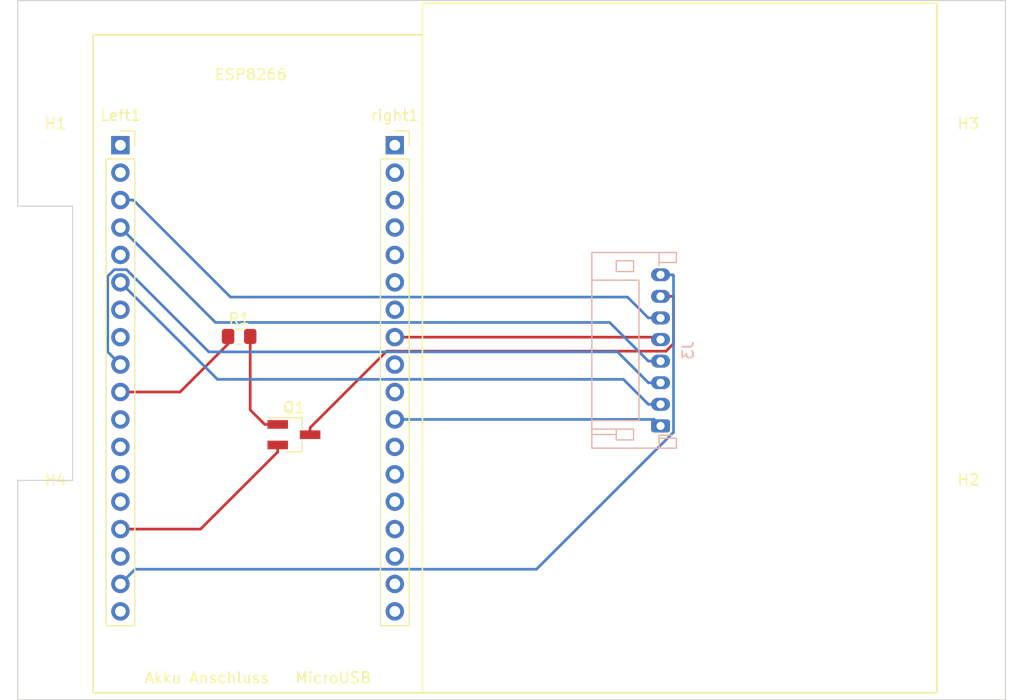
<source format=kicad_pcb>
(kicad_pcb (version 20171130) (host pcbnew "(5.1.5)-3")

  (general
    (thickness 1.6)
    (drawings 24)
    (tracks 47)
    (zones 0)
    (modules 9)
    (nets 39)
  )

  (page A4)
  (layers
    (0 F.Cu signal)
    (31 B.Cu signal)
    (32 B.Adhes user)
    (33 F.Adhes user)
    (34 B.Paste user)
    (35 F.Paste user)
    (36 B.SilkS user)
    (37 F.SilkS user)
    (38 B.Mask user)
    (39 F.Mask user)
    (40 Dwgs.User user)
    (41 Cmts.User user)
    (42 Eco1.User user)
    (43 Eco2.User user)
    (44 Edge.Cuts user)
    (45 Margin user)
    (46 B.CrtYd user)
    (47 F.CrtYd user)
    (48 B.Fab user)
    (49 F.Fab user)
  )

  (setup
    (last_trace_width 0.25)
    (trace_clearance 0.2)
    (zone_clearance 0.508)
    (zone_45_only no)
    (trace_min 0.2)
    (via_size 0.8)
    (via_drill 0.4)
    (via_min_size 0.4)
    (via_min_drill 0.3)
    (uvia_size 0.3)
    (uvia_drill 0.1)
    (uvias_allowed no)
    (uvia_min_size 0.2)
    (uvia_min_drill 0.1)
    (edge_width 0.1)
    (segment_width 0.2)
    (pcb_text_width 0.3)
    (pcb_text_size 1.5 1.5)
    (mod_edge_width 0.15)
    (mod_text_size 1 1)
    (mod_text_width 0.15)
    (pad_size 1.524 1.524)
    (pad_drill 0.762)
    (pad_to_mask_clearance 0)
    (aux_axis_origin 0 0)
    (grid_origin 147.32 93.345)
    (visible_elements FFFFFF7F)
    (pcbplotparams
      (layerselection 0x010fc_ffffffff)
      (usegerberextensions false)
      (usegerberattributes false)
      (usegerberadvancedattributes false)
      (creategerberjobfile false)
      (excludeedgelayer true)
      (linewidth 0.100000)
      (plotframeref false)
      (viasonmask false)
      (mode 1)
      (useauxorigin false)
      (hpglpennumber 1)
      (hpglpenspeed 20)
      (hpglpendiameter 15.000000)
      (psnegative false)
      (psa4output false)
      (plotreference true)
      (plotvalue true)
      (plotinvisibletext false)
      (padsonsilk false)
      (subtractmaskfromsilk false)
      (outputformat 1)
      (mirror false)
      (drillshape 0)
      (scaleselection 1)
      (outputdirectory "C:/Users/Anwender/Documents/KiCad/MeEngineering/Plot_Gerber/"))
  )

  (net 0 "")
  (net 1 "Net-(J3-Pad1)")
  (net 2 "Net-(J3-Pad2)")
  (net 3 "Net-(J3-Pad3)")
  (net 4 "Net-(J3-Pad4)")
  (net 5 "Net-(J3-Pad5)")
  (net 6 "Net-(J3-Pad6)")
  (net 7 "Net-(J3-Pad7)")
  (net 8 "Net-(J3-Pad8)")
  (net 9 "Net-(Left1-Pad18)")
  (net 10 "Net-(Left1-Pad16)")
  (net 11 "Net-(Left1-Pad15)")
  (net 12 "Net-(Left1-Pad14)")
  (net 13 "Net-(Left1-Pad13)")
  (net 14 "Net-(Left1-Pad12)")
  (net 15 "Net-(Left1-Pad11)")
  (net 16 "Net-(Left1-Pad10)")
  (net 17 "Net-(Left1-Pad8)")
  (net 18 "Net-(Left1-Pad7)")
  (net 19 "Net-(Left1-Pad5)")
  (net 20 "Net-(Left1-Pad2)")
  (net 21 "Net-(Left1-Pad1)")
  (net 22 "Net-(Q1-Pad1)")
  (net 23 "Net-(right1-Pad1)")
  (net 24 "Net-(right1-Pad2)")
  (net 25 "Net-(right1-Pad3)")
  (net 26 "Net-(right1-Pad4)")
  (net 27 "Net-(right1-Pad5)")
  (net 28 "Net-(right1-Pad6)")
  (net 29 "Net-(right1-Pad7)")
  (net 30 "Net-(right1-Pad9)")
  (net 31 "Net-(right1-Pad10)")
  (net 32 "Net-(right1-Pad12)")
  (net 33 "Net-(right1-Pad13)")
  (net 34 "Net-(right1-Pad14)")
  (net 35 "Net-(right1-Pad15)")
  (net 36 "Net-(right1-Pad16)")
  (net 37 "Net-(right1-Pad17)")
  (net 38 "Net-(right1-Pad18)")

  (net_class Default "Dies ist die voreingestellte Netzklasse."
    (clearance 0.2)
    (trace_width 0.25)
    (via_dia 0.8)
    (via_drill 0.4)
    (uvia_dia 0.3)
    (uvia_drill 0.1)
    (add_net "Net-(J3-Pad1)")
    (add_net "Net-(J3-Pad2)")
    (add_net "Net-(J3-Pad3)")
    (add_net "Net-(J3-Pad4)")
    (add_net "Net-(J3-Pad5)")
    (add_net "Net-(J3-Pad6)")
    (add_net "Net-(J3-Pad7)")
    (add_net "Net-(J3-Pad8)")
    (add_net "Net-(Left1-Pad1)")
    (add_net "Net-(Left1-Pad10)")
    (add_net "Net-(Left1-Pad11)")
    (add_net "Net-(Left1-Pad12)")
    (add_net "Net-(Left1-Pad13)")
    (add_net "Net-(Left1-Pad14)")
    (add_net "Net-(Left1-Pad15)")
    (add_net "Net-(Left1-Pad16)")
    (add_net "Net-(Left1-Pad18)")
    (add_net "Net-(Left1-Pad2)")
    (add_net "Net-(Left1-Pad5)")
    (add_net "Net-(Left1-Pad7)")
    (add_net "Net-(Left1-Pad8)")
    (add_net "Net-(Q1-Pad1)")
    (add_net "Net-(right1-Pad1)")
    (add_net "Net-(right1-Pad10)")
    (add_net "Net-(right1-Pad12)")
    (add_net "Net-(right1-Pad13)")
    (add_net "Net-(right1-Pad14)")
    (add_net "Net-(right1-Pad15)")
    (add_net "Net-(right1-Pad16)")
    (add_net "Net-(right1-Pad17)")
    (add_net "Net-(right1-Pad18)")
    (add_net "Net-(right1-Pad2)")
    (add_net "Net-(right1-Pad3)")
    (add_net "Net-(right1-Pad4)")
    (add_net "Net-(right1-Pad5)")
    (add_net "Net-(right1-Pad6)")
    (add_net "Net-(right1-Pad7)")
    (add_net "Net-(right1-Pad9)")
  )

  (module MountingHole:MountingHole_3mm (layer F.Cu) (tedit 56D1B4CB) (tstamp 5EE296A4)
    (at 114 77)
    (descr "Mounting Hole 3mm, no annular")
    (tags "mounting hole 3mm no annular")
    (path /5EA6E4AB)
    (attr virtual)
    (fp_text reference H1 (at 0 -4) (layer F.SilkS)
      (effects (font (size 1 1) (thickness 0.15)))
    )
    (fp_text value MountingHole (at 0 4) (layer F.Fab)
      (effects (font (size 1 1) (thickness 0.15)))
    )
    (fp_circle (center 0 0) (end 3.25 0) (layer F.CrtYd) (width 0.05))
    (fp_circle (center 0 0) (end 3 0) (layer Cmts.User) (width 0.15))
    (fp_text user %R (at 0.3 0) (layer F.Fab)
      (effects (font (size 1 1) (thickness 0.15)))
    )
    (pad 1 np_thru_hole circle (at 0 0) (size 3 3) (drill 3) (layers *.Cu *.Mask))
  )

  (module MountingHole:MountingHole_3mm (layer F.Cu) (tedit 56D1B4CB) (tstamp 5EE296AC)
    (at 198.5 110)
    (descr "Mounting Hole 3mm, no annular")
    (tags "mounting hole 3mm no annular")
    (path /5EA71128)
    (attr virtual)
    (fp_text reference H2 (at 0 -4) (layer F.SilkS)
      (effects (font (size 1 1) (thickness 0.15)))
    )
    (fp_text value MountingHole (at 0 4) (layer F.Fab)
      (effects (font (size 1 1) (thickness 0.15)))
    )
    (fp_circle (center 0 0) (end 3.25 0) (layer F.CrtYd) (width 0.05))
    (fp_circle (center 0 0) (end 3 0) (layer Cmts.User) (width 0.15))
    (fp_text user %R (at 0.3 0) (layer F.Fab)
      (effects (font (size 1 1) (thickness 0.15)))
    )
    (pad 1 np_thru_hole circle (at 0 0) (size 3 3) (drill 3) (layers *.Cu *.Mask))
  )

  (module MountingHole:MountingHole_3mm (layer F.Cu) (tedit 56D1B4CB) (tstamp 5EE296B4)
    (at 198.5 77)
    (descr "Mounting Hole 3mm, no annular")
    (tags "mounting hole 3mm no annular")
    (path /5EA71A35)
    (attr virtual)
    (fp_text reference H3 (at 0 -4) (layer F.SilkS)
      (effects (font (size 1 1) (thickness 0.15)))
    )
    (fp_text value MountingHole (at 0 4) (layer F.Fab)
      (effects (font (size 1 1) (thickness 0.15)))
    )
    (fp_text user %R (at 0.3 0) (layer F.Fab)
      (effects (font (size 1 1) (thickness 0.15)))
    )
    (fp_circle (center 0 0) (end 3 0) (layer Cmts.User) (width 0.15))
    (fp_circle (center 0 0) (end 3.25 0) (layer F.CrtYd) (width 0.05))
    (pad 1 np_thru_hole circle (at 0 0) (size 3 3) (drill 3) (layers *.Cu *.Mask))
  )

  (module MountingHole:MountingHole_3mm (layer F.Cu) (tedit 56D1B4CB) (tstamp 5EE296BC)
    (at 114 110)
    (descr "Mounting Hole 3mm, no annular")
    (tags "mounting hole 3mm no annular")
    (path /5EA70896)
    (attr virtual)
    (fp_text reference H4 (at 0 -4) (layer F.SilkS)
      (effects (font (size 1 1) (thickness 0.15)))
    )
    (fp_text value MountingHole (at 0 4) (layer F.Fab)
      (effects (font (size 1 1) (thickness 0.15)))
    )
    (fp_text user %R (at 0.3 0) (layer F.Fab)
      (effects (font (size 1 1) (thickness 0.15)))
    )
    (fp_circle (center 0 0) (end 3 0) (layer Cmts.User) (width 0.15))
    (fp_circle (center 0 0) (end 3.25 0) (layer F.CrtYd) (width 0.05))
    (pad 1 np_thru_hole circle (at 0 0) (size 3 3) (drill 3) (layers *.Cu *.Mask))
  )

  (module Connector_JST:JST_PH_S8B-PH-K_1x08_P2.00mm_Horizontal (layer B.Cu) (tedit 5B7745C6) (tstamp 5EE296F1)
    (at 170 101 90)
    (descr "JST PH series connector, S8B-PH-K (http://www.jst-mfg.com/product/pdf/eng/ePH.pdf), generated with kicad-footprint-generator")
    (tags "connector JST PH top entry")
    (path /5E45F56D)
    (fp_text reference J3 (at 7 2.55 -90) (layer B.SilkS)
      (effects (font (size 1 1) (thickness 0.15)) (justify mirror))
    )
    (fp_text value Conn_01x08 (at 7 -7.45 -90) (layer B.Fab)
      (effects (font (size 1 1) (thickness 0.15)) (justify mirror))
    )
    (fp_line (start -0.86 -0.14) (end -1.14 -0.14) (layer B.SilkS) (width 0.12))
    (fp_line (start -1.14 -0.14) (end -1.14 1.46) (layer B.SilkS) (width 0.12))
    (fp_line (start -1.14 1.46) (end -2.06 1.46) (layer B.SilkS) (width 0.12))
    (fp_line (start -2.06 1.46) (end -2.06 -6.36) (layer B.SilkS) (width 0.12))
    (fp_line (start -2.06 -6.36) (end 16.06 -6.36) (layer B.SilkS) (width 0.12))
    (fp_line (start 16.06 -6.36) (end 16.06 1.46) (layer B.SilkS) (width 0.12))
    (fp_line (start 16.06 1.46) (end 15.14 1.46) (layer B.SilkS) (width 0.12))
    (fp_line (start 15.14 1.46) (end 15.14 -0.14) (layer B.SilkS) (width 0.12))
    (fp_line (start 15.14 -0.14) (end 14.86 -0.14) (layer B.SilkS) (width 0.12))
    (fp_line (start 0.5 -6.36) (end 0.5 -2) (layer B.SilkS) (width 0.12))
    (fp_line (start 0.5 -2) (end 13.5 -2) (layer B.SilkS) (width 0.12))
    (fp_line (start 13.5 -2) (end 13.5 -6.36) (layer B.SilkS) (width 0.12))
    (fp_line (start -2.06 -0.14) (end -1.14 -0.14) (layer B.SilkS) (width 0.12))
    (fp_line (start 16.06 -0.14) (end 15.14 -0.14) (layer B.SilkS) (width 0.12))
    (fp_line (start -1.3 -2.5) (end -1.3 -4.1) (layer B.SilkS) (width 0.12))
    (fp_line (start -1.3 -4.1) (end -0.3 -4.1) (layer B.SilkS) (width 0.12))
    (fp_line (start -0.3 -4.1) (end -0.3 -2.5) (layer B.SilkS) (width 0.12))
    (fp_line (start -0.3 -2.5) (end -1.3 -2.5) (layer B.SilkS) (width 0.12))
    (fp_line (start 15.3 -2.5) (end 15.3 -4.1) (layer B.SilkS) (width 0.12))
    (fp_line (start 15.3 -4.1) (end 14.3 -4.1) (layer B.SilkS) (width 0.12))
    (fp_line (start 14.3 -4.1) (end 14.3 -2.5) (layer B.SilkS) (width 0.12))
    (fp_line (start 14.3 -2.5) (end 15.3 -2.5) (layer B.SilkS) (width 0.12))
    (fp_line (start -0.3 -4.1) (end -0.3 -6.36) (layer B.SilkS) (width 0.12))
    (fp_line (start -0.8 -4.1) (end -0.8 -6.36) (layer B.SilkS) (width 0.12))
    (fp_line (start -2.45 1.85) (end -2.45 -6.75) (layer B.CrtYd) (width 0.05))
    (fp_line (start -2.45 -6.75) (end 16.45 -6.75) (layer B.CrtYd) (width 0.05))
    (fp_line (start 16.45 -6.75) (end 16.45 1.85) (layer B.CrtYd) (width 0.05))
    (fp_line (start 16.45 1.85) (end -2.45 1.85) (layer B.CrtYd) (width 0.05))
    (fp_line (start -1.25 -0.25) (end -1.25 1.35) (layer B.Fab) (width 0.1))
    (fp_line (start -1.25 1.35) (end -1.95 1.35) (layer B.Fab) (width 0.1))
    (fp_line (start -1.95 1.35) (end -1.95 -6.25) (layer B.Fab) (width 0.1))
    (fp_line (start -1.95 -6.25) (end 15.95 -6.25) (layer B.Fab) (width 0.1))
    (fp_line (start 15.95 -6.25) (end 15.95 1.35) (layer B.Fab) (width 0.1))
    (fp_line (start 15.95 1.35) (end 15.25 1.35) (layer B.Fab) (width 0.1))
    (fp_line (start 15.25 1.35) (end 15.25 -0.25) (layer B.Fab) (width 0.1))
    (fp_line (start 15.25 -0.25) (end -1.25 -0.25) (layer B.Fab) (width 0.1))
    (fp_line (start -0.86 -0.14) (end -0.86 1.075) (layer B.SilkS) (width 0.12))
    (fp_line (start 0 -0.875) (end -0.5 -1.375) (layer B.Fab) (width 0.1))
    (fp_line (start -0.5 -1.375) (end 0.5 -1.375) (layer B.Fab) (width 0.1))
    (fp_line (start 0.5 -1.375) (end 0 -0.875) (layer B.Fab) (width 0.1))
    (fp_text user %R (at 7 -2.5 -90) (layer B.Fab)
      (effects (font (size 1 1) (thickness 0.15)) (justify mirror))
    )
    (pad 1 thru_hole roundrect (at 0 0 90) (size 1.2 1.75) (drill 0.75) (layers *.Cu *.Mask) (roundrect_rratio 0.208333)
      (net 1 "Net-(J3-Pad1)"))
    (pad 2 thru_hole oval (at 2 0 90) (size 1.2 1.75) (drill 0.75) (layers *.Cu *.Mask)
      (net 2 "Net-(J3-Pad2)"))
    (pad 3 thru_hole oval (at 4 0 90) (size 1.2 1.75) (drill 0.75) (layers *.Cu *.Mask)
      (net 3 "Net-(J3-Pad3)"))
    (pad 4 thru_hole oval (at 6 0 90) (size 1.2 1.75) (drill 0.75) (layers *.Cu *.Mask)
      (net 4 "Net-(J3-Pad4)"))
    (pad 5 thru_hole oval (at 8 0 90) (size 1.2 1.75) (drill 0.75) (layers *.Cu *.Mask)
      (net 5 "Net-(J3-Pad5)"))
    (pad 6 thru_hole oval (at 10 0 90) (size 1.2 1.75) (drill 0.75) (layers *.Cu *.Mask)
      (net 6 "Net-(J3-Pad6)"))
    (pad 7 thru_hole oval (at 12 0 90) (size 1.2 1.75) (drill 0.75) (layers *.Cu *.Mask)
      (net 7 "Net-(J3-Pad7)"))
    (pad 8 thru_hole oval (at 14 0 90) (size 1.2 1.75) (drill 0.75) (layers *.Cu *.Mask)
      (net 8 "Net-(J3-Pad8)"))
    (model ${KISYS3DMOD}/Connector_JST.3dshapes/JST_PH_S8B-PH-K_1x08_P2.00mm_Horizontal.wrl
      (at (xyz 0 0 0))
      (scale (xyz 1 1 1))
      (rotate (xyz 0 0 0))
    )
  )

  (module Connector_PinSocket_2.54mm:PinSocket_1x18_P2.54mm_Vertical (layer F.Cu) (tedit 5A19A434) (tstamp 5EE29717)
    (at 120 75)
    (descr "Through hole straight socket strip, 1x18, 2.54mm pitch, single row (from Kicad 4.0.7), script generated")
    (tags "Through hole socket strip THT 1x18 2.54mm single row")
    (path /5E5313C0)
    (fp_text reference Left1 (at 0 -2.77) (layer F.SilkS)
      (effects (font (size 1 1) (thickness 0.15)))
    )
    (fp_text value Conn_01x18_Female (at 0 45.95) (layer F.Fab)
      (effects (font (size 1 1) (thickness 0.15)))
    )
    (fp_text user %R (at 0 21.59 90) (layer F.Fab)
      (effects (font (size 1 1) (thickness 0.15)))
    )
    (fp_line (start -1.8 44.95) (end -1.8 -1.8) (layer F.CrtYd) (width 0.05))
    (fp_line (start 1.75 44.95) (end -1.8 44.95) (layer F.CrtYd) (width 0.05))
    (fp_line (start 1.75 -1.8) (end 1.75 44.95) (layer F.CrtYd) (width 0.05))
    (fp_line (start -1.8 -1.8) (end 1.75 -1.8) (layer F.CrtYd) (width 0.05))
    (fp_line (start 0 -1.33) (end 1.33 -1.33) (layer F.SilkS) (width 0.12))
    (fp_line (start 1.33 -1.33) (end 1.33 0) (layer F.SilkS) (width 0.12))
    (fp_line (start 1.33 1.27) (end 1.33 44.51) (layer F.SilkS) (width 0.12))
    (fp_line (start -1.33 44.51) (end 1.33 44.51) (layer F.SilkS) (width 0.12))
    (fp_line (start -1.33 1.27) (end -1.33 44.51) (layer F.SilkS) (width 0.12))
    (fp_line (start -1.33 1.27) (end 1.33 1.27) (layer F.SilkS) (width 0.12))
    (fp_line (start -1.27 44.45) (end -1.27 -1.27) (layer F.Fab) (width 0.1))
    (fp_line (start 1.27 44.45) (end -1.27 44.45) (layer F.Fab) (width 0.1))
    (fp_line (start 1.27 -0.635) (end 1.27 44.45) (layer F.Fab) (width 0.1))
    (fp_line (start 0.635 -1.27) (end 1.27 -0.635) (layer F.Fab) (width 0.1))
    (fp_line (start -1.27 -1.27) (end 0.635 -1.27) (layer F.Fab) (width 0.1))
    (pad 18 thru_hole oval (at 0 43.18) (size 1.7 1.7) (drill 1) (layers *.Cu *.Mask)
      (net 9 "Net-(Left1-Pad18)"))
    (pad 17 thru_hole oval (at 0 40.64) (size 1.7 1.7) (drill 1) (layers *.Cu *.Mask)
      (net 8 "Net-(J3-Pad8)"))
    (pad 16 thru_hole oval (at 0 38.1) (size 1.7 1.7) (drill 1) (layers *.Cu *.Mask)
      (net 10 "Net-(Left1-Pad16)"))
    (pad 15 thru_hole oval (at 0 35.56) (size 1.7 1.7) (drill 1) (layers *.Cu *.Mask)
      (net 11 "Net-(Left1-Pad15)"))
    (pad 14 thru_hole oval (at 0 33.02) (size 1.7 1.7) (drill 1) (layers *.Cu *.Mask)
      (net 12 "Net-(Left1-Pad14)"))
    (pad 13 thru_hole oval (at 0 30.48) (size 1.7 1.7) (drill 1) (layers *.Cu *.Mask)
      (net 13 "Net-(Left1-Pad13)"))
    (pad 12 thru_hole oval (at 0 27.94) (size 1.7 1.7) (drill 1) (layers *.Cu *.Mask)
      (net 14 "Net-(Left1-Pad12)"))
    (pad 11 thru_hole oval (at 0 25.4) (size 1.7 1.7) (drill 1) (layers *.Cu *.Mask)
      (net 15 "Net-(Left1-Pad11)"))
    (pad 10 thru_hole oval (at 0 22.86) (size 1.7 1.7) (drill 1) (layers *.Cu *.Mask)
      (net 16 "Net-(Left1-Pad10)"))
    (pad 9 thru_hole oval (at 0 20.32) (size 1.7 1.7) (drill 1) (layers *.Cu *.Mask)
      (net 3 "Net-(J3-Pad3)"))
    (pad 8 thru_hole oval (at 0 17.78) (size 1.7 1.7) (drill 1) (layers *.Cu *.Mask)
      (net 17 "Net-(Left1-Pad8)"))
    (pad 7 thru_hole oval (at 0 15.24) (size 1.7 1.7) (drill 1) (layers *.Cu *.Mask)
      (net 18 "Net-(Left1-Pad7)"))
    (pad 6 thru_hole oval (at 0 12.7) (size 1.7 1.7) (drill 1) (layers *.Cu *.Mask)
      (net 2 "Net-(J3-Pad2)"))
    (pad 5 thru_hole oval (at 0 10.16) (size 1.7 1.7) (drill 1) (layers *.Cu *.Mask)
      (net 19 "Net-(Left1-Pad5)"))
    (pad 4 thru_hole oval (at 0 7.62) (size 1.7 1.7) (drill 1) (layers *.Cu *.Mask)
      (net 4 "Net-(J3-Pad4)"))
    (pad 3 thru_hole oval (at 0 5.08) (size 1.7 1.7) (drill 1) (layers *.Cu *.Mask)
      (net 6 "Net-(J3-Pad6)"))
    (pad 2 thru_hole oval (at 0 2.54) (size 1.7 1.7) (drill 1) (layers *.Cu *.Mask)
      (net 20 "Net-(Left1-Pad2)"))
    (pad 1 thru_hole rect (at 0 0) (size 1.7 1.7) (drill 1) (layers *.Cu *.Mask)
      (net 21 "Net-(Left1-Pad1)"))
    (model ${KISYS3DMOD}/Connector_PinSocket_2.54mm.3dshapes/PinSocket_1x18_P2.54mm_Vertical.wrl
      (at (xyz 0 0 0))
      (scale (xyz 1 1 1))
      (rotate (xyz 0 0 0))
    )
  )

  (module Package_TO_SOT_SMD:SOT-23_Handsoldering (layer F.Cu) (tedit 5A0AB76C) (tstamp 5EE2972C)
    (at 136.06 101.815)
    (descr "SOT-23, Handsoldering")
    (tags SOT-23)
    (path /5E4393A1)
    (attr smd)
    (fp_text reference Q1 (at 0 -2.5) (layer F.SilkS)
      (effects (font (size 1 1) (thickness 0.15)))
    )
    (fp_text value 2N7002K (at 0 2.5) (layer F.Fab)
      (effects (font (size 1 1) (thickness 0.15)))
    )
    (fp_text user %R (at 0 0 90) (layer F.Fab)
      (effects (font (size 0.5 0.5) (thickness 0.075)))
    )
    (fp_line (start 0.76 1.58) (end 0.76 0.65) (layer F.SilkS) (width 0.12))
    (fp_line (start 0.76 -1.58) (end 0.76 -0.65) (layer F.SilkS) (width 0.12))
    (fp_line (start -2.7 -1.75) (end 2.7 -1.75) (layer F.CrtYd) (width 0.05))
    (fp_line (start 2.7 -1.75) (end 2.7 1.75) (layer F.CrtYd) (width 0.05))
    (fp_line (start 2.7 1.75) (end -2.7 1.75) (layer F.CrtYd) (width 0.05))
    (fp_line (start -2.7 1.75) (end -2.7 -1.75) (layer F.CrtYd) (width 0.05))
    (fp_line (start 0.76 -1.58) (end -2.4 -1.58) (layer F.SilkS) (width 0.12))
    (fp_line (start -0.7 -0.95) (end -0.7 1.5) (layer F.Fab) (width 0.1))
    (fp_line (start -0.15 -1.52) (end 0.7 -1.52) (layer F.Fab) (width 0.1))
    (fp_line (start -0.7 -0.95) (end -0.15 -1.52) (layer F.Fab) (width 0.1))
    (fp_line (start 0.7 -1.52) (end 0.7 1.52) (layer F.Fab) (width 0.1))
    (fp_line (start -0.7 1.52) (end 0.7 1.52) (layer F.Fab) (width 0.1))
    (fp_line (start 0.76 1.58) (end -0.7 1.58) (layer F.SilkS) (width 0.12))
    (pad 1 smd rect (at -1.5 -0.95) (size 1.9 0.8) (layers F.Cu F.Paste F.Mask)
      (net 22 "Net-(Q1-Pad1)"))
    (pad 2 smd rect (at -1.5 0.95) (size 1.9 0.8) (layers F.Cu F.Paste F.Mask)
      (net 11 "Net-(Left1-Pad15)"))
    (pad 3 smd rect (at 1.5 0) (size 1.9 0.8) (layers F.Cu F.Paste F.Mask)
      (net 7 "Net-(J3-Pad7)"))
    (model ${KISYS3DMOD}/Package_TO_SOT_SMD.3dshapes/SOT-23.wrl
      (at (xyz 0 0 0))
      (scale (xyz 1 1 1))
      (rotate (xyz 0 0 0))
    )
  )

  (module Resistor_SMD:R_0805_2012Metric_Pad1.15x1.40mm_HandSolder (layer F.Cu) (tedit 5B36C52B) (tstamp 5EE2973D)
    (at 130.99 92.715)
    (descr "Resistor SMD 0805 (2012 Metric), square (rectangular) end terminal, IPC_7351 nominal with elongated pad for handsoldering. (Body size source: https://docs.google.com/spreadsheets/d/1BsfQQcO9C6DZCsRaXUlFlo91Tg2WpOkGARC1WS5S8t0/edit?usp=sharing), generated with kicad-footprint-generator")
    (tags "resistor handsolder")
    (path /5EA9AC1D)
    (attr smd)
    (fp_text reference R1 (at 0 -1.65) (layer F.SilkS)
      (effects (font (size 1 1) (thickness 0.15)))
    )
    (fp_text value R (at 0 1.65) (layer F.Fab)
      (effects (font (size 1 1) (thickness 0.15)))
    )
    (fp_line (start -1 0.6) (end -1 -0.6) (layer F.Fab) (width 0.1))
    (fp_line (start -1 -0.6) (end 1 -0.6) (layer F.Fab) (width 0.1))
    (fp_line (start 1 -0.6) (end 1 0.6) (layer F.Fab) (width 0.1))
    (fp_line (start 1 0.6) (end -1 0.6) (layer F.Fab) (width 0.1))
    (fp_line (start -0.261252 -0.71) (end 0.261252 -0.71) (layer F.SilkS) (width 0.12))
    (fp_line (start -0.261252 0.71) (end 0.261252 0.71) (layer F.SilkS) (width 0.12))
    (fp_line (start -1.85 0.95) (end -1.85 -0.95) (layer F.CrtYd) (width 0.05))
    (fp_line (start -1.85 -0.95) (end 1.85 -0.95) (layer F.CrtYd) (width 0.05))
    (fp_line (start 1.85 -0.95) (end 1.85 0.95) (layer F.CrtYd) (width 0.05))
    (fp_line (start 1.85 0.95) (end -1.85 0.95) (layer F.CrtYd) (width 0.05))
    (fp_text user %R (at 0 0) (layer F.Fab)
      (effects (font (size 0.5 0.5) (thickness 0.08)))
    )
    (pad 1 smd roundrect (at -1.025 0) (size 1.15 1.4) (layers F.Cu F.Paste F.Mask) (roundrect_rratio 0.217391)
      (net 16 "Net-(Left1-Pad10)"))
    (pad 2 smd roundrect (at 1.025 0) (size 1.15 1.4) (layers F.Cu F.Paste F.Mask) (roundrect_rratio 0.217391)
      (net 22 "Net-(Q1-Pad1)"))
    (model ${KISYS3DMOD}/Resistor_SMD.3dshapes/R_0805_2012Metric.wrl
      (at (xyz 0 0 0))
      (scale (xyz 1 1 1))
      (rotate (xyz 0 0 0))
    )
  )

  (module Connector_PinSocket_2.54mm:PinSocket_1x18_P2.54mm_Vertical (layer F.Cu) (tedit 5A19A434) (tstamp 5EE29763)
    (at 145.4 75)
    (descr "Through hole straight socket strip, 1x18, 2.54mm pitch, single row (from Kicad 4.0.7), script generated")
    (tags "Through hole socket strip THT 1x18 2.54mm single row")
    (path /5E42C3F6)
    (fp_text reference right1 (at 0 -2.77) (layer F.SilkS)
      (effects (font (size 1 1) (thickness 0.15)))
    )
    (fp_text value Conn_01x18_Female (at 0 45.95) (layer F.Fab)
      (effects (font (size 1 1) (thickness 0.15)))
    )
    (fp_text user %R (at 0 21.59 90) (layer F.Fab)
      (effects (font (size 1 1) (thickness 0.15)))
    )
    (fp_line (start -1.8 44.95) (end -1.8 -1.8) (layer F.CrtYd) (width 0.05))
    (fp_line (start 1.75 44.95) (end -1.8 44.95) (layer F.CrtYd) (width 0.05))
    (fp_line (start 1.75 -1.8) (end 1.75 44.95) (layer F.CrtYd) (width 0.05))
    (fp_line (start -1.8 -1.8) (end 1.75 -1.8) (layer F.CrtYd) (width 0.05))
    (fp_line (start 0 -1.33) (end 1.33 -1.33) (layer F.SilkS) (width 0.12))
    (fp_line (start 1.33 -1.33) (end 1.33 0) (layer F.SilkS) (width 0.12))
    (fp_line (start 1.33 1.27) (end 1.33 44.51) (layer F.SilkS) (width 0.12))
    (fp_line (start -1.33 44.51) (end 1.33 44.51) (layer F.SilkS) (width 0.12))
    (fp_line (start -1.33 1.27) (end -1.33 44.51) (layer F.SilkS) (width 0.12))
    (fp_line (start -1.33 1.27) (end 1.33 1.27) (layer F.SilkS) (width 0.12))
    (fp_line (start -1.27 44.45) (end -1.27 -1.27) (layer F.Fab) (width 0.1))
    (fp_line (start 1.27 44.45) (end -1.27 44.45) (layer F.Fab) (width 0.1))
    (fp_line (start 1.27 -0.635) (end 1.27 44.45) (layer F.Fab) (width 0.1))
    (fp_line (start 0.635 -1.27) (end 1.27 -0.635) (layer F.Fab) (width 0.1))
    (fp_line (start -1.27 -1.27) (end 0.635 -1.27) (layer F.Fab) (width 0.1))
    (pad 18 thru_hole oval (at 0 43.18) (size 1.7 1.7) (drill 1) (layers *.Cu *.Mask)
      (net 38 "Net-(right1-Pad18)"))
    (pad 17 thru_hole oval (at 0 40.64) (size 1.7 1.7) (drill 1) (layers *.Cu *.Mask)
      (net 37 "Net-(right1-Pad17)"))
    (pad 16 thru_hole oval (at 0 38.1) (size 1.7 1.7) (drill 1) (layers *.Cu *.Mask)
      (net 36 "Net-(right1-Pad16)"))
    (pad 15 thru_hole oval (at 0 35.56) (size 1.7 1.7) (drill 1) (layers *.Cu *.Mask)
      (net 35 "Net-(right1-Pad15)"))
    (pad 14 thru_hole oval (at 0 33.02) (size 1.7 1.7) (drill 1) (layers *.Cu *.Mask)
      (net 34 "Net-(right1-Pad14)"))
    (pad 13 thru_hole oval (at 0 30.48) (size 1.7 1.7) (drill 1) (layers *.Cu *.Mask)
      (net 33 "Net-(right1-Pad13)"))
    (pad 12 thru_hole oval (at 0 27.94) (size 1.7 1.7) (drill 1) (layers *.Cu *.Mask)
      (net 32 "Net-(right1-Pad12)"))
    (pad 11 thru_hole oval (at 0 25.4) (size 1.7 1.7) (drill 1) (layers *.Cu *.Mask)
      (net 1 "Net-(J3-Pad1)"))
    (pad 10 thru_hole oval (at 0 22.86) (size 1.7 1.7) (drill 1) (layers *.Cu *.Mask)
      (net 31 "Net-(right1-Pad10)"))
    (pad 9 thru_hole oval (at 0 20.32) (size 1.7 1.7) (drill 1) (layers *.Cu *.Mask)
      (net 30 "Net-(right1-Pad9)"))
    (pad 8 thru_hole oval (at 0 17.78) (size 1.7 1.7) (drill 1) (layers *.Cu *.Mask)
      (net 5 "Net-(J3-Pad5)"))
    (pad 7 thru_hole oval (at 0 15.24) (size 1.7 1.7) (drill 1) (layers *.Cu *.Mask)
      (net 29 "Net-(right1-Pad7)"))
    (pad 6 thru_hole oval (at 0 12.7) (size 1.7 1.7) (drill 1) (layers *.Cu *.Mask)
      (net 28 "Net-(right1-Pad6)"))
    (pad 5 thru_hole oval (at 0 10.16) (size 1.7 1.7) (drill 1) (layers *.Cu *.Mask)
      (net 27 "Net-(right1-Pad5)"))
    (pad 4 thru_hole oval (at 0 7.62) (size 1.7 1.7) (drill 1) (layers *.Cu *.Mask)
      (net 26 "Net-(right1-Pad4)"))
    (pad 3 thru_hole oval (at 0 5.08) (size 1.7 1.7) (drill 1) (layers *.Cu *.Mask)
      (net 25 "Net-(right1-Pad3)"))
    (pad 2 thru_hole oval (at 0 2.54) (size 1.7 1.7) (drill 1) (layers *.Cu *.Mask)
      (net 24 "Net-(right1-Pad2)"))
    (pad 1 thru_hole rect (at 0 0) (size 1.7 1.7) (drill 1) (layers *.Cu *.Mask)
      (net 23 "Net-(right1-Pad1)"))
    (model ${KISYS3DMOD}/Connector_PinSocket_2.54mm.3dshapes/PinSocket_1x18_P2.54mm_Vertical.wrl
      (at (xyz 0 0 0))
      (scale (xyz 1 1 1))
      (rotate (xyz 0 0 0))
    )
  )

  (gr_line (start 201.93 61.595) (end 201.93 126.365) (layer Edge.Cuts) (width 0.1))
  (gr_line (start 110.49 61.595) (end 201.93 61.595) (layer Edge.Cuts) (width 0.1))
  (gr_line (start 110.49 80.645) (end 110.49 61.595) (layer Edge.Cuts) (width 0.1))
  (gr_line (start 115.57 80.645) (end 110.49 80.645) (layer Edge.Cuts) (width 0.1))
  (gr_line (start 115.57 106.045) (end 115.57 80.645) (layer Edge.Cuts) (width 0.1))
  (gr_line (start 110.49 106.045) (end 115.57 106.045) (layer Edge.Cuts) (width 0.1))
  (gr_line (start 110.49 126.365) (end 110.49 106.045) (layer Edge.Cuts) (width 0.1))
  (gr_line (start 201.93 126.365) (end 110.49 126.365) (layer Edge.Cuts) (width 0.1))
  (gr_line (start 195.58 125.095) (end 195.58 125.476) (layer F.SilkS) (width 0.15) (tstamp 5EE2A1AE))
  (gr_line (start 117.475 125.349) (end 117.475 125.73) (layer F.SilkS) (width 0.15) (tstamp 5EE2A1AD))
  (gr_line (start 147.955 125.349) (end 147.955 125.73) (layer F.SilkS) (width 0.15) (tstamp 5EE2A1AC))
  (gr_line (start 147.955 61.849) (end 147.955 64.77) (layer F.SilkS) (width 0.15) (tstamp 5EE2A199))
  (gr_line (start 195.58 61.849) (end 195.58 64.897) (layer F.SilkS) (width 0.15))
  (gr_line (start 195.58 125.73) (end 195.58 125.476) (layer F.SilkS) (width 0.15) (tstamp 5EE2A195))
  (gr_line (start 195.58 125.73) (end 147.955 125.73) (layer F.SilkS) (width 0.15) (tstamp 5EE2A180))
  (gr_line (start 195.58 64.77) (end 195.58 125.095) (layer F.SilkS) (width 0.15))
  (gr_line (start 147.955 61.849) (end 195.58 61.849) (layer F.SilkS) (width 0.15))
  (gr_text "Akku Anschluss" (at 128.016 124.333) (layer F.SilkS)
    (effects (font (size 1 1) (thickness 0.15)))
  )
  (gr_text MicroUSB (at 139.7 124.333) (layer F.SilkS)
    (effects (font (size 1 1) (thickness 0.15)))
  )
  (gr_text ESP8266 (at 132.08 68.453) (layer F.SilkS)
    (effects (font (size 1 1) (thickness 0.15)))
  )
  (gr_line (start 147.955 64.77) (end 117.475 64.77) (layer F.SilkS) (width 0.15) (tstamp 5EE2A09F))
  (gr_line (start 147.955 125.349) (end 147.955 64.77) (layer F.SilkS) (width 0.15) (tstamp 5EE2A09E))
  (gr_line (start 147.955 125.73) (end 117.475 125.73) (layer F.SilkS) (width 0.15) (tstamp 5EE2A09D))
  (gr_line (start 117.475 64.77) (end 117.475 125.349) (layer F.SilkS) (width 0.15) (tstamp 5EE2A09C))

  (segment (start 169.4 100.4) (end 170 101) (width 0.25) (layer B.Cu) (net 1))
  (segment (start 145.4 100.4) (end 169.4 100.4) (width 0.25) (layer B.Cu) (net 1))
  (segment (start 168.875 99) (end 170 99) (width 0.25) (layer B.Cu) (net 2))
  (segment (start 166.559999 96.684999) (end 168.875 99) (width 0.25) (layer B.Cu) (net 2))
  (segment (start 128.984999 96.684999) (end 166.559999 96.684999) (width 0.25) (layer B.Cu) (net 2))
  (segment (start 120 87.7) (end 128.984999 96.684999) (width 0.25) (layer B.Cu) (net 2))
  (segment (start 168.875 97) (end 170 97) (width 0.25) (layer B.Cu) (net 3))
  (segment (start 120.564001 86.524999) (end 128.184001 94.144999) (width 0.25) (layer B.Cu) (net 3))
  (segment (start 119.435999 86.524999) (end 120.564001 86.524999) (width 0.25) (layer B.Cu) (net 3))
  (segment (start 166.019999 94.144999) (end 168.875 97) (width 0.25) (layer B.Cu) (net 3))
  (segment (start 118.824999 87.135999) (end 119.435999 86.524999) (width 0.25) (layer B.Cu) (net 3))
  (segment (start 118.824999 94.144999) (end 118.824999 87.135999) (width 0.25) (layer B.Cu) (net 3))
  (segment (start 128.184001 94.144999) (end 166.019999 94.144999) (width 0.25) (layer B.Cu) (net 3))
  (segment (start 120 95.32) (end 118.824999 94.144999) (width 0.25) (layer B.Cu) (net 3))
  (segment (start 165.290001 91.415001) (end 168.875 95) (width 0.25) (layer B.Cu) (net 4))
  (segment (start 128.795001 91.415001) (end 165.290001 91.415001) (width 0.25) (layer B.Cu) (net 4))
  (segment (start 168.875 95) (end 170 95) (width 0.25) (layer B.Cu) (net 4))
  (segment (start 120 82.62) (end 128.795001 91.415001) (width 0.25) (layer B.Cu) (net 4))
  (segment (start 169.78 92.78) (end 170 93) (width 0.25) (layer F.Cu) (net 5))
  (segment (start 145.4 92.78) (end 169.78 92.78) (width 0.25) (layer F.Cu) (net 5))
  (segment (start 168.875 91) (end 170 91) (width 0.25) (layer B.Cu) (net 6))
  (segment (start 130.18708 89.064999) (end 166.939999 89.064999) (width 0.25) (layer B.Cu) (net 6))
  (segment (start 121.202081 80.08) (end 130.18708 89.064999) (width 0.25) (layer B.Cu) (net 6))
  (segment (start 166.939999 89.064999) (end 168.875 91) (width 0.25) (layer B.Cu) (net 6))
  (segment (start 120 80.08) (end 121.202081 80.08) (width 0.25) (layer B.Cu) (net 6))
  (segment (start 137.56 101.165) (end 137.56 101.815) (width 0.25) (layer F.Cu) (net 7))
  (segment (start 144.65001 94.07499) (end 137.56 101.165) (width 0.25) (layer F.Cu) (net 7))
  (segment (start 170.508171 94.07499) (end 144.65001 94.07499) (width 0.25) (layer F.Cu) (net 7))
  (segment (start 171.20001 93.383151) (end 170.508171 94.07499) (width 0.25) (layer F.Cu) (net 7))
  (segment (start 171.125 89) (end 171.20001 89.07501) (width 0.25) (layer F.Cu) (net 7))
  (segment (start 171.20001 89.07501) (end 171.20001 93.383151) (width 0.25) (layer F.Cu) (net 7))
  (segment (start 170 89) (end 171.125 89) (width 0.25) (layer F.Cu) (net 7))
  (segment (start 171.125 87) (end 170 87) (width 0.25) (layer B.Cu) (net 8))
  (segment (start 171.20001 87.07501) (end 171.125 87) (width 0.25) (layer B.Cu) (net 8))
  (segment (start 171.20001 101.58818) (end 171.20001 87.07501) (width 0.25) (layer B.Cu) (net 8))
  (segment (start 158.513189 114.275001) (end 171.20001 101.58818) (width 0.25) (layer B.Cu) (net 8))
  (segment (start 121.364999 114.275001) (end 158.513189 114.275001) (width 0.25) (layer B.Cu) (net 8))
  (segment (start 120 115.64) (end 121.364999 114.275001) (width 0.25) (layer B.Cu) (net 8))
  (segment (start 134.56 103.415) (end 134.56 102.765) (width 0.25) (layer F.Cu) (net 11))
  (segment (start 127.415 110.56) (end 134.56 103.415) (width 0.25) (layer F.Cu) (net 11))
  (segment (start 120 110.56) (end 127.415 110.56) (width 0.25) (layer F.Cu) (net 11))
  (segment (start 129.965 93.415) (end 129.965 92.715) (width 0.25) (layer F.Cu) (net 16))
  (segment (start 125.52 97.86) (end 129.965 93.415) (width 0.25) (layer F.Cu) (net 16))
  (segment (start 120 97.86) (end 125.52 97.86) (width 0.25) (layer F.Cu) (net 16))
  (segment (start 133.36 100.865) (end 134.56 100.865) (width 0.25) (layer F.Cu) (net 22))
  (segment (start 132.015 99.52) (end 133.36 100.865) (width 0.25) (layer F.Cu) (net 22))
  (segment (start 132.015 92.715) (end 132.015 99.52) (width 0.25) (layer F.Cu) (net 22))

)

</source>
